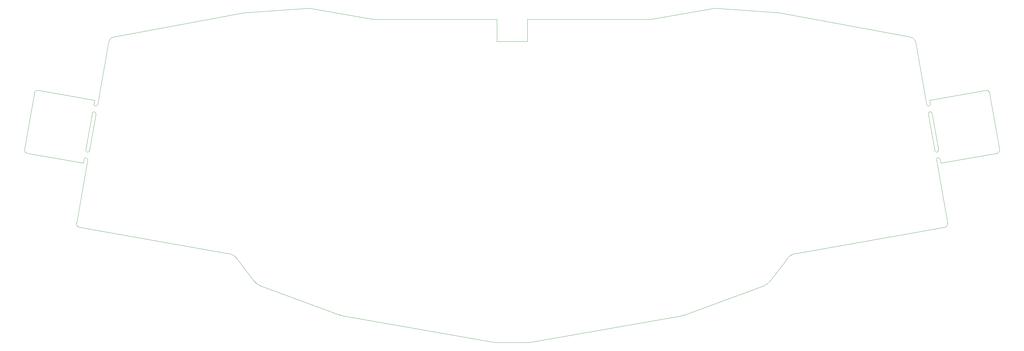
<source format=gbr>
%TF.GenerationSoftware,KiCad,Pcbnew,(6.0.2)*%
%TF.CreationDate,2022-04-05T05:22:49+08:00*%
%TF.ProjectId,TK44,544b3434-2e6b-4696-9361-645f70636258,rev?*%
%TF.SameCoordinates,Original*%
%TF.FileFunction,Profile,NP*%
%FSLAX46Y46*%
G04 Gerber Fmt 4.6, Leading zero omitted, Abs format (unit mm)*
G04 Created by KiCad (PCBNEW (6.0.2)) date 2022-04-05 05:22:49*
%MOMM*%
%LPD*%
G01*
G04 APERTURE LIST*
%TA.AperFunction,Profile*%
%ADD10C,0.100000*%
%TD*%
G04 APERTURE END LIST*
D10*
X249496414Y-112495250D02*
X267427422Y-109333530D01*
X212275006Y-119170000D02*
X212275006Y-112556019D01*
X89355427Y-117830704D02*
G75*
G03*
X87752206Y-119449560I367354J-1967103D01*
G01*
X66909104Y-133710854D02*
G75*
G03*
X65750649Y-134522013I-173647J-984808D01*
G01*
X258175304Y-200913955D02*
G75*
G03*
X258868909Y-200726112I-695307J3941882D01*
G01*
X212275006Y-119170000D02*
X203220000Y-119170000D01*
X287272686Y-110614134D02*
X268403565Y-109282682D01*
X336441310Y-174540027D02*
X292063742Y-182364990D01*
X87752206Y-119449560D02*
X84490000Y-137980000D01*
X335013314Y-154279440D02*
G75*
G03*
X333923236Y-154470995I-545039J-95778D01*
G01*
X80270000Y-155410000D02*
X80481693Y-154279440D01*
X81571771Y-154470995D02*
G75*
G03*
X80481693Y-154279440I-545039J95777D01*
G01*
X79053697Y-174540027D02*
X123431265Y-182364990D01*
X156626097Y-200726112D02*
X132828994Y-191920013D01*
X349744359Y-134522013D02*
G75*
G03*
X348585902Y-133710854I-984807J-173647D01*
G01*
X332095084Y-137788445D02*
X331895007Y-136650000D01*
X327742801Y-119449560D02*
G75*
G03*
X326139580Y-117830704I-1970570J-348241D01*
G01*
X131036056Y-190593575D02*
G75*
G03*
X132828994Y-191920013I3179289J2422455D01*
G01*
X78242537Y-173381571D02*
G75*
G03*
X79053697Y-174540027I984808J-173648D01*
G01*
X351893900Y-152471441D02*
G75*
G03*
X352705059Y-151312986I-173649J984808D01*
G01*
X331005007Y-137980000D02*
G75*
G03*
X332095085Y-137788445I545039J95778D01*
G01*
X127995056Y-110630171D02*
X89355427Y-117830704D01*
X332594113Y-140554120D02*
G75*
G03*
X331504035Y-140745675I-545039J-95778D01*
G01*
X156626097Y-200726112D02*
G75*
G03*
X157319702Y-200913955I1388912J3754039D01*
G01*
X83399922Y-137788445D02*
G75*
G03*
X84490000Y-137980000I545039J-95777D01*
G01*
X83990972Y-140745675D02*
G75*
G03*
X82900894Y-140554120I-545039J95777D01*
G01*
X332594113Y-140554120D02*
X334514286Y-151513765D01*
X248801821Y-112556019D02*
G75*
G03*
X249496414Y-112495250I5J3999950D01*
G01*
X331005007Y-137980000D02*
X327742801Y-119449560D01*
X335013314Y-154279440D02*
X335225007Y-155410000D01*
X80270000Y-155410000D02*
X63601107Y-152471441D01*
X127995056Y-110630171D02*
X147091442Y-109282682D01*
X165998593Y-112495250D02*
G75*
G03*
X166693185Y-112556019I694586J3939158D01*
G01*
X352705059Y-151312986D02*
X349744358Y-134522013D01*
X202208019Y-208828977D02*
X157319702Y-200913955D01*
X62789947Y-151312986D02*
G75*
G03*
X63601107Y-152471441I984810J-173646D01*
G01*
X348585902Y-133710854D02*
X331895007Y-136650000D01*
X203220000Y-112556019D02*
X203220000Y-119170000D01*
X292063742Y-182364990D02*
G75*
G03*
X289577199Y-183879272I693696J-3937759D01*
G01*
X336441310Y-174540027D02*
G75*
G03*
X337252470Y-173381571I-173648J984808D01*
G01*
X212592395Y-208889746D02*
G75*
G03*
X213286987Y-208828977I6J3999927D01*
G01*
X81571771Y-154470995D02*
X78242537Y-173381571D01*
X213286987Y-208828977D02*
X258175304Y-200913955D01*
X284458950Y-190593575D02*
X289577199Y-183879272D01*
X202902612Y-208889746D02*
X212592395Y-208889746D01*
X335225007Y-155410000D02*
X351893900Y-152471441D01*
X80980721Y-151513765D02*
G75*
G03*
X82070799Y-151705320I545039J-95777D01*
G01*
X82070799Y-151705320D02*
X83990972Y-140745675D01*
X287723925Y-110671908D02*
X326139580Y-117830704D01*
X331504035Y-140745675D02*
X333424208Y-151705320D01*
X148067585Y-109333530D02*
X165998593Y-112495250D01*
X202208019Y-208828977D02*
G75*
G03*
X202902612Y-208889746I694588J3939181D01*
G01*
X333424208Y-151705320D02*
G75*
G03*
X334514286Y-151513765I545039J95778D01*
G01*
X83600000Y-136650000D02*
X83399923Y-137788445D01*
X258868909Y-200726112D02*
X282666012Y-191920013D01*
X282666012Y-191920013D02*
G75*
G03*
X284458950Y-190593575I-1386351J3748893D01*
G01*
X337252470Y-173381571D02*
X333923236Y-154470995D01*
X287723925Y-110671908D02*
G75*
G03*
X287272686Y-110614134I-734308J-3944182D01*
G01*
X131036056Y-190593575D02*
X125917808Y-183879272D01*
X125917808Y-183879272D02*
G75*
G03*
X123431265Y-182364990I-3180243J-2423483D01*
G01*
X80980721Y-151513765D02*
X82900894Y-140554120D01*
X166693185Y-112556019D02*
X203220000Y-112556019D01*
X148067585Y-109333530D02*
G75*
G03*
X147091442Y-109282682I-695131J-3949560D01*
G01*
X268403565Y-109282682D02*
G75*
G03*
X267427422Y-109333530I-281012J-4000408D01*
G01*
X65750649Y-134522013D02*
X62789947Y-151312986D01*
X83600000Y-136650000D02*
X66909104Y-133710854D01*
X212275006Y-112556019D02*
X248801821Y-112556019D01*
M02*

</source>
